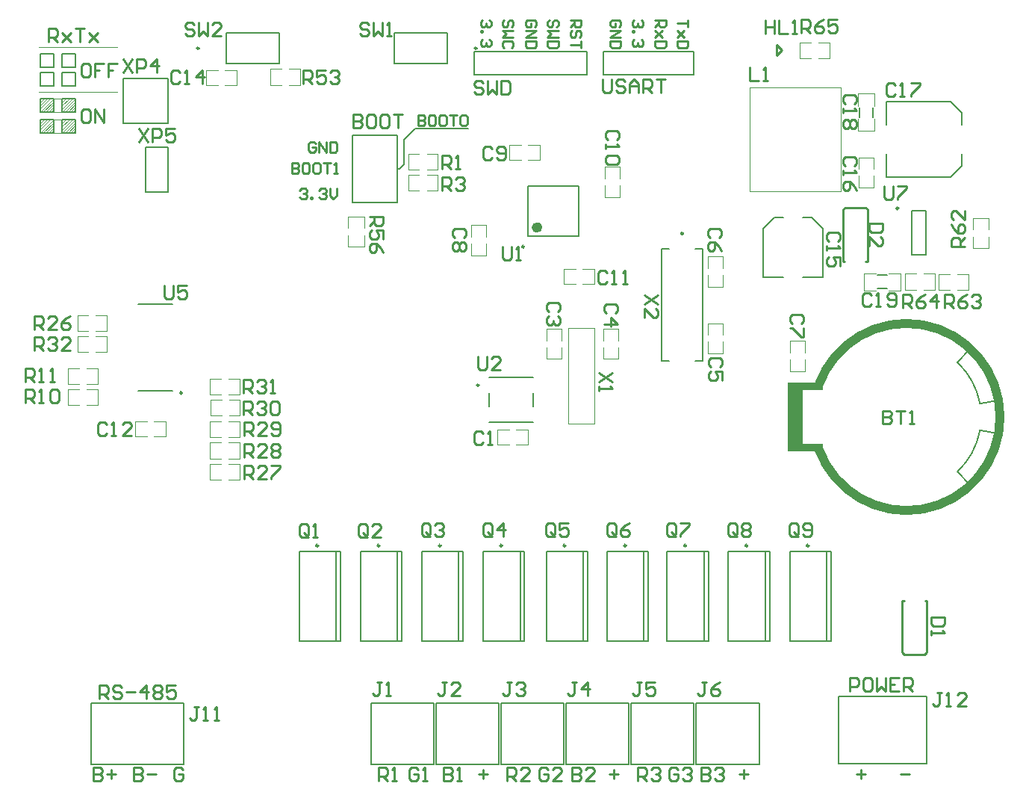
<source format=gto>
G04*
G04 #@! TF.GenerationSoftware,Altium Limited,Altium Designer,19.0.9 (268)*
G04*
G04 Layer_Color=65535*
%FSLAX25Y25*%
%MOIN*%
G70*
G01*
G75*
%ADD10C,0.00984*%
%ADD11C,0.03937*%
%ADD12C,0.00787*%
%ADD13C,0.02362*%
%ADD14C,0.00394*%
%ADD15C,0.00866*%
%ADD16C,0.00197*%
%ADD17C,0.00591*%
%ADD18C,0.01000*%
%ADD19R,0.12303X0.03445*%
%ADD20R,0.06890X0.30610*%
D10*
X94291Y175295D02*
G03*
X94291Y175295I-492J0D01*
G01*
X226870Y178740D02*
G03*
X226870Y178740I-492J0D01*
G01*
X247047Y240551D02*
G03*
X247047Y240551I-492J0D01*
G01*
X414075Y257697D02*
G03*
X414075Y257697I-492J0D01*
G01*
X225866Y329035D02*
G03*
X225866Y329035I-492J0D01*
G01*
X209842Y107181D02*
G03*
X209842Y107181I-492J0D01*
G01*
X182467D02*
G03*
X182467Y107181I-492J0D01*
G01*
X155092D02*
G03*
X155092Y107181I-492J0D01*
G01*
X318012Y246457D02*
G03*
X318012Y246457I-492J0D01*
G01*
X292520Y107181D02*
G03*
X292520Y107181I-492J0D01*
G01*
X265453D02*
G03*
X265453Y107181I-492J0D01*
G01*
X237217D02*
G03*
X237217Y107181I-492J0D01*
G01*
X374092D02*
G03*
X374092Y107181I-492J0D01*
G01*
X346717D02*
G03*
X346717Y107181I-492J0D01*
G01*
X319342D02*
G03*
X319342Y107181I-492J0D01*
G01*
X101890Y329035D02*
G03*
X101890Y329035I-492J0D01*
G01*
D11*
X378553Y150153D02*
G03*
X378508Y178859I39164J14414D01*
G01*
D12*
X450493Y170455D02*
G03*
X440392Y188955I-32776J-5888D01*
G01*
Y140179D02*
G03*
X450493Y158679I-22675J24388D01*
G01*
X198228Y293307D02*
X222047D01*
X193307Y288386D02*
X198228Y293307D01*
X193307Y277165D02*
Y288386D01*
X191299Y275157D02*
X193307Y277165D01*
X190236Y275157D02*
X191299D01*
X30906Y297342D02*
X37008D01*
X30906Y291240D02*
Y297342D01*
Y291240D02*
X37008D01*
Y297342D01*
X46850Y291240D02*
Y297342D01*
X40748Y291240D02*
X46850D01*
X40748D02*
Y297342D01*
X46850D01*
X37008Y312205D02*
Y318307D01*
X30906Y312205D02*
X37008D01*
X30906D02*
Y318307D01*
X37008D01*
X40748D02*
X46850D01*
X40748Y312205D02*
Y318307D01*
Y312205D02*
X46850D01*
Y318307D01*
X40748Y306693D02*
X46850D01*
X40748Y300591D02*
Y306693D01*
Y300591D02*
X46850D01*
Y306693D01*
X37008Y300591D02*
Y306693D01*
X30906Y300591D02*
X37008D01*
X30906D02*
Y306693D01*
X37008D01*
X46850Y320472D02*
Y326575D01*
X40748Y320472D02*
X46850D01*
X40748D02*
Y326575D01*
X46850D01*
X30906D02*
X37008D01*
X30906Y320472D02*
Y326575D01*
Y320472D02*
X37008D01*
Y326575D01*
X74569Y214961D02*
X89998D01*
X74569Y176378D02*
X89998D01*
X231299Y182087D02*
X250984D01*
Y169095D02*
Y175394D01*
X231299Y162402D02*
X250984D01*
X231299Y169095D02*
Y175394D01*
X368504Y149606D02*
X376673D01*
X368504Y179528D02*
X376772D01*
X450591Y170472D02*
X458366Y171850D01*
X440392Y188955D02*
X445669Y194587D01*
X440392Y140179D02*
X445669Y134547D01*
X450591Y158661D02*
X458366Y157283D01*
X248819Y245177D02*
X271260D01*
X248819Y267618D02*
X271260D01*
X248819Y245177D02*
Y267618D01*
X271260Y245177D02*
Y267618D01*
X420079Y236811D02*
X426378D01*
X420079Y256496D02*
X426378D01*
Y236811D02*
Y256496D01*
X420079Y236811D02*
Y256496D01*
X53587Y9428D02*
Y31539D01*
Y36828D01*
X95177D01*
Y9428D02*
Y36828D01*
X53587Y9428D02*
X95177D01*
X387402Y10039D02*
Y32480D01*
Y32087D02*
Y39961D01*
X426772D01*
Y10039D02*
Y39961D01*
X387402Y10039D02*
X426772D01*
X371457Y253543D02*
X375394D01*
X380512Y248425D01*
X353740D02*
X358858Y253543D01*
X362795D01*
X380512Y226772D02*
Y248425D01*
X371457Y226772D02*
X380512D01*
X353740D02*
X362795D01*
X353740D02*
Y248425D01*
X408858Y294882D02*
Y305118D01*
X408858Y271654D02*
Y281890D01*
X408858Y305118D02*
X437402D01*
X442323Y294882D02*
Y300197D01*
X408858Y271654D02*
X437402D01*
X442323Y276575D02*
Y281890D01*
X437402Y305118D02*
X442323Y300197D01*
X437402Y271654D02*
X442323Y276575D01*
X396752Y298327D02*
Y302658D01*
X402658Y298327D02*
Y302658D01*
X404724Y221850D02*
X409055D01*
X404724Y227756D02*
X409055D01*
X188976Y322146D02*
X212598D01*
Y335925D01*
X188976Y322146D02*
Y335925D01*
X212598D01*
X170276Y260157D02*
X190236D01*
Y290158D01*
X170276D02*
X190236D01*
X170276Y260157D02*
Y290158D01*
X217854Y64465D02*
Y104622D01*
X219822Y64465D02*
Y104622D01*
X201319Y64465D02*
Y104622D01*
Y64465D02*
X219822D01*
X201319Y104622D02*
X219822D01*
X190479Y64465D02*
Y104622D01*
X192447Y64465D02*
Y104622D01*
X173943Y64465D02*
Y104622D01*
Y64465D02*
X192447D01*
X173943Y104622D02*
X192447D01*
X163104Y64465D02*
Y104622D01*
X165072Y64465D02*
Y104622D01*
X146569Y64465D02*
Y104622D01*
Y64465D02*
X165072D01*
X146569Y104622D02*
X165072D01*
X178661Y9540D02*
X206703D01*
Y36940D01*
X178661D02*
X206703D01*
X178661Y31651D02*
Y36940D01*
Y9540D02*
Y31651D01*
X323228Y239567D02*
X326772D01*
X308268D02*
X311811D01*
X308268Y189567D02*
X311811D01*
X323228D02*
X326772D01*
X308268D02*
Y239567D01*
X326772Y189567D02*
Y239567D01*
X207701Y9540D02*
X235743D01*
Y36940D01*
X207701D02*
X235743D01*
X207701Y31651D02*
Y36940D01*
Y9540D02*
Y31651D01*
X236741Y9540D02*
X264783D01*
Y36940D01*
X236741D02*
X264783D01*
X236741Y31651D02*
Y36940D01*
Y9540D02*
Y31651D01*
X300532Y64465D02*
Y104622D01*
X302500Y64465D02*
Y104622D01*
X283996Y64465D02*
Y104622D01*
Y64465D02*
X302500D01*
X283996Y104622D02*
X302500D01*
X273465Y64465D02*
Y104622D01*
X275433Y64465D02*
Y104622D01*
X256929Y64465D02*
Y104622D01*
Y64465D02*
X275433D01*
X256929Y104622D02*
X275433D01*
X245229Y64465D02*
Y104622D01*
X247197Y64465D02*
Y104622D01*
X228694Y64465D02*
Y104622D01*
Y64465D02*
X247197D01*
X228694Y104622D02*
X247197D01*
X265781Y9540D02*
X293823D01*
Y36940D01*
X265781D02*
X293823D01*
X265781Y31651D02*
Y36940D01*
Y9540D02*
Y31651D01*
X294821Y9540D02*
X322863D01*
Y36940D01*
X294821D02*
X322863D01*
X294821Y31651D02*
Y36940D01*
Y9540D02*
Y31651D01*
X323861Y9540D02*
X351903D01*
Y36940D01*
X323861D02*
X351903D01*
X323861Y31651D02*
Y36940D01*
Y9540D02*
Y31651D01*
X382104Y64465D02*
Y104622D01*
X384072Y64465D02*
Y104622D01*
X365568Y64465D02*
Y104622D01*
Y64465D02*
X384072D01*
X365568Y104622D02*
X384072D01*
X354729Y64465D02*
Y104622D01*
X356697Y64465D02*
Y104622D01*
X338193Y64465D02*
Y104622D01*
Y64465D02*
X356697D01*
X338193Y104622D02*
X356697D01*
X327354Y64465D02*
Y104622D01*
X329322Y64465D02*
Y104622D01*
X310819Y64465D02*
Y104622D01*
Y64465D02*
X329322D01*
X310819Y104622D02*
X329322D01*
X114173Y335925D02*
X137795D01*
X114173Y322146D02*
Y335925D01*
X137795Y322146D02*
Y335925D01*
X114173Y322146D02*
X137795D01*
X67913Y295689D02*
Y315748D01*
X87874D01*
Y295689D02*
Y315748D01*
X67913Y295689D02*
X87874D01*
X77874Y264981D02*
Y284981D01*
X87874D01*
Y264981D02*
Y284981D01*
X77874Y264981D02*
X87874D01*
D13*
X253937Y249114D02*
G03*
X253937Y249114I-1181J0D01*
G01*
D14*
X30315Y309449D02*
X65354D01*
X30906Y291240D02*
X37008Y297342D01*
X31890Y291240D02*
X32185D01*
X30906Y292913D02*
X31102D01*
X35433Y297244D01*
Y297342D01*
X37008Y296063D02*
X37008D01*
X30906Y294094D02*
X31004D01*
X34154Y297342D02*
X34252D01*
X30906Y294094D02*
X34154Y297342D01*
X30906Y295669D02*
X31004D01*
X32677Y297342D01*
X32185Y291240D02*
X32185D01*
X37008Y296063D01*
X33465Y291240D02*
Y291339D01*
X37008Y294882D01*
X34646Y291240D02*
Y291339D01*
X37008Y293701D01*
X35827Y291240D02*
Y291339D01*
X37008Y292520D01*
X45669Y291339D02*
X46850Y292520D01*
X45669Y291240D02*
Y291339D01*
X44488D02*
X46850Y293701D01*
X44488Y291240D02*
Y291339D01*
X43307D02*
X46850Y294882D01*
X43307Y291240D02*
Y291339D01*
X42028Y291240D02*
X46850Y296063D01*
X42028Y291240D02*
X42028D01*
X40846Y295669D02*
X42520Y297342D01*
X40748Y295669D02*
X40846D01*
X40748Y294094D02*
X43996Y297342D01*
X44094D01*
X40748Y294094D02*
X40846D01*
X46850Y296063D02*
X46850D01*
X45276Y297244D02*
Y297342D01*
X40945Y292913D02*
X45276Y297244D01*
X40748Y292913D02*
X40945D01*
X41732Y291240D02*
X42028D01*
X40748D02*
X46850Y297342D01*
X37008D02*
X40748D01*
X37008Y291240D02*
X40748D01*
X37008Y300591D02*
X40748D01*
X37008Y306693D02*
X40748D01*
Y300591D02*
X46850Y306693D01*
X41732Y300591D02*
X42028D01*
X40748Y302264D02*
X40945D01*
X45276Y306594D01*
Y306693D01*
X46850Y305413D02*
X46850D01*
X40748Y303445D02*
X40846D01*
X43996Y306693D02*
X44094D01*
X40748Y303445D02*
X43996Y306693D01*
X40748Y305020D02*
X40846D01*
X42520Y306693D01*
X42028Y300591D02*
X42028D01*
X46850Y305413D01*
X43307Y300591D02*
Y300689D01*
X46850Y304232D01*
X44488Y300591D02*
Y300689D01*
X46850Y303051D01*
X45669Y300591D02*
Y300689D01*
X46850Y301870D01*
X35827Y300689D02*
X37008Y301870D01*
X35827Y300591D02*
Y300689D01*
X34646D02*
X37008Y303051D01*
X34646Y300591D02*
Y300689D01*
X33465D02*
X37008Y304232D01*
X33465Y300591D02*
Y300689D01*
X32185Y300591D02*
X37008Y305413D01*
X32185Y300591D02*
X32185D01*
X31004Y305020D02*
X32677Y306693D01*
X30906Y305020D02*
X31004D01*
X30906Y303445D02*
X34154Y306693D01*
X34252D01*
X30906Y303445D02*
X31004D01*
X37008Y305413D02*
X37008D01*
X35433Y306594D02*
Y306693D01*
X31102Y302264D02*
X35433Y306594D01*
X30906Y302264D02*
X31102D01*
X31890Y300591D02*
X32185D01*
X30906D02*
X37008Y306693D01*
X30315Y329528D02*
X65354Y329730D01*
X447342Y253150D02*
X454429D01*
X447342Y239961D02*
X454429D01*
Y239961D02*
Y244882D01*
Y248228D02*
Y253150D01*
X447342Y248228D02*
Y253150D01*
X447342Y239961D02*
Y244882D01*
X396358Y280413D02*
X403051D01*
X396358Y275148D02*
Y280413D01*
X403051Y275148D02*
Y280413D01*
X396358Y266831D02*
Y272146D01*
X396358Y266831D02*
X403051D01*
X403051D02*
Y272146D01*
X432087Y221260D02*
Y228346D01*
X445276Y221260D02*
Y228346D01*
X440354D02*
X445276D01*
X432087D02*
X437008D01*
X432087Y221260D02*
X437008D01*
X440354Y221260D02*
X445276D01*
X430217Y221358D02*
Y228445D01*
X417028Y221358D02*
Y228445D01*
X417028Y221358D02*
X421949D01*
X425295D02*
X430217D01*
X425295Y228445D02*
X430217D01*
X417028Y228445D02*
X421949D01*
X388484Y265354D02*
Y311516D01*
X347736D02*
X388484D01*
X347736Y265354D02*
Y311516D01*
X347736Y265354D02*
X388484D01*
X370079Y324606D02*
Y331693D01*
X383268Y324606D02*
Y331693D01*
X378346D02*
X383268D01*
X370079D02*
X375000D01*
X370079Y324606D02*
X375000D01*
X378346Y324606D02*
X383268D01*
X195276Y274803D02*
Y281890D01*
X208465Y274803D02*
Y281890D01*
X203543D02*
X208465D01*
X195276D02*
X200197D01*
X195276Y274803D02*
X200197D01*
X203543Y274803D02*
X208465D01*
X195275Y265453D02*
Y272539D01*
X208465Y265453D02*
Y272539D01*
X203543D02*
X208465D01*
X195275D02*
X200197D01*
X195275Y265453D02*
X200197D01*
X203543Y265453D02*
X208465D01*
X248656Y152165D02*
Y158858D01*
X243390D02*
X248656D01*
X243390Y152165D02*
X248656D01*
X235073Y158858D02*
X240388D01*
X235073Y152165D02*
Y158858D01*
Y152165D02*
X240388D01*
X43504Y179298D02*
Y186384D01*
X56693Y179298D02*
Y186384D01*
X51772D02*
X56693D01*
X43504D02*
X48425D01*
X43504Y179298D02*
X48425D01*
X51772Y179298D02*
X56693D01*
X43504Y169980D02*
Y177067D01*
X56693Y169980D02*
Y177067D01*
X51772D02*
X56693D01*
X43504D02*
X48425D01*
X43504Y169980D02*
X48425D01*
X51772Y169980D02*
X56693D01*
X266559Y161614D02*
Y204232D01*
Y161614D02*
X278346D01*
X278323Y161637D02*
X278346Y161614D01*
X278323Y161637D02*
Y204232D01*
X266559D02*
X278323D01*
X328935Y222736D02*
X335628D01*
Y228002D01*
X328935Y222736D02*
Y228002D01*
X335628Y231004D02*
Y236319D01*
X328935D02*
X335628D01*
X328935Y231004D02*
Y236319D01*
X328935Y206398D02*
X335628D01*
X328935Y201132D02*
Y206398D01*
X335628Y201132D02*
Y206398D01*
X328935Y192815D02*
Y198130D01*
X328935Y192815D02*
X335628D01*
X335628D02*
Y198130D01*
X282382Y190453D02*
X289075D01*
Y195719D01*
X282382Y190453D02*
Y195719D01*
X289075Y198721D02*
Y204035D01*
X282382D02*
X289075D01*
X282382Y198721D02*
Y204035D01*
X256890Y190453D02*
X263583D01*
Y195719D01*
X256890Y190453D02*
Y195719D01*
X263583Y198721D02*
Y204035D01*
X256890D02*
X263583D01*
X256890Y198721D02*
Y204035D01*
X365551Y198524D02*
X372244D01*
X365551Y193258D02*
Y198524D01*
X372244Y193258D02*
Y198524D01*
X365551Y184941D02*
Y190256D01*
X365551Y184941D02*
X372244D01*
X372244D02*
Y190256D01*
X278445Y223917D02*
Y230610D01*
X273179D02*
X278445D01*
X273179Y223917D02*
X278445D01*
X264862Y230610D02*
X270177D01*
X264862Y223917D02*
Y230610D01*
Y223917D02*
X270177D01*
X282972Y262500D02*
X289665D01*
Y267766D01*
X282972Y262500D02*
Y267766D01*
X289665Y270768D02*
Y276083D01*
X282972D02*
X289665D01*
X282972Y270768D02*
Y276083D01*
X254035Y279134D02*
Y285827D01*
X248770D02*
X254035D01*
X248770Y279134D02*
X254035D01*
X240453Y285827D02*
X245768D01*
X240453Y279134D02*
Y285827D01*
Y279134D02*
X245768D01*
X223327Y250197D02*
X230020D01*
X223327Y244931D02*
Y250197D01*
X230020Y244931D02*
Y250197D01*
X223327Y236614D02*
Y241929D01*
X223327Y236614D02*
X230020D01*
X230020D02*
Y241929D01*
X60728Y193537D02*
Y200623D01*
X47539Y193537D02*
Y200623D01*
X47539Y193537D02*
X52461D01*
X55807D02*
X60728D01*
X55807Y200623D02*
X60728D01*
X47539Y200623D02*
X52461D01*
X106831Y174606D02*
Y181693D01*
X120020Y174606D02*
Y181693D01*
X115098D02*
X120020D01*
X106831D02*
X111752D01*
X106831Y174606D02*
X111752D01*
X115098Y174606D02*
X120020D01*
X106988Y165256D02*
Y172343D01*
X120177Y165256D02*
Y172343D01*
X115256D02*
X120177D01*
X106988D02*
X111909D01*
X106988Y165256D02*
X111909D01*
X115256Y165256D02*
X120177D01*
X106831Y155610D02*
Y162697D01*
X120020Y155610D02*
Y162697D01*
X115098D02*
X120020D01*
X106831D02*
X111752D01*
X106831Y155610D02*
X111752D01*
X115098Y155610D02*
X120020D01*
X106831Y146063D02*
Y153150D01*
X120020Y146063D02*
Y153150D01*
X115098D02*
X120020D01*
X106831D02*
X111752D01*
X106831Y146063D02*
X111752D01*
X115098Y146063D02*
X120020D01*
X106831Y136417D02*
Y143504D01*
X120020Y136417D02*
Y143504D01*
X115098D02*
X120020D01*
X106831D02*
X111752D01*
X106831Y136417D02*
X111752D01*
X115098Y136417D02*
X120020D01*
X60728Y202854D02*
Y209941D01*
X47539Y202854D02*
Y209941D01*
X47539Y202854D02*
X52461D01*
X55807D02*
X60728D01*
X55807Y209941D02*
X60728D01*
X47539Y209941D02*
X52461D01*
X87106Y155965D02*
Y162657D01*
X81840D02*
X87106D01*
X81840Y155965D02*
X87106D01*
X73524Y162657D02*
X78839D01*
X73524Y155965D02*
Y162657D01*
Y155965D02*
X78839D01*
X133760Y312697D02*
Y319783D01*
X146949Y312697D02*
Y319783D01*
X142028D02*
X146949D01*
X133760D02*
X138681D01*
X133760Y312697D02*
X138681D01*
X142028Y312697D02*
X146949D01*
X105020Y312697D02*
Y319390D01*
Y312697D02*
X110285D01*
X105020Y319390D02*
X110285D01*
X113287Y312697D02*
X118602D01*
Y312697D02*
Y319390D01*
X113287Y319390D02*
X118602D01*
X168504Y240748D02*
X175591D01*
X168504Y253937D02*
X175591D01*
X168504Y249016D02*
Y253937D01*
Y240748D02*
Y245669D01*
X175591Y240748D02*
Y245669D01*
X175591Y249016D02*
Y253937D01*
D15*
X416634Y58465D02*
X425787D01*
X415650Y59449D02*
X416634Y58465D01*
X425787D02*
X426772Y59449D01*
X425925Y82480D02*
X426772D01*
X415748D02*
X416595D01*
X415650Y59449D02*
X415650D01*
X426772D02*
Y82480D01*
X415650Y59449D02*
Y82480D01*
X359646Y325787D02*
Y330512D01*
X362008Y328150D01*
X359646Y325787D02*
X362008Y328150D01*
X390256Y258071D02*
X399409D01*
X400394Y257087D01*
X389272D02*
X390256Y258071D01*
X389272Y234055D02*
X390118D01*
X399449D02*
X400295D01*
X400394Y257087D02*
X400394D01*
X389272Y234055D02*
Y257087D01*
X400394Y234055D02*
Y257087D01*
D16*
X395965Y303346D02*
Y308760D01*
X403445D01*
Y303346D02*
Y308760D01*
X395965Y292224D02*
Y297539D01*
Y292224D02*
X403445D01*
Y297539D01*
X398622Y221063D02*
X404035D01*
X398622D02*
Y228543D01*
X404035D01*
X409842Y221063D02*
X415158D01*
Y228543D01*
X409842D02*
X415158D01*
D17*
X282382Y317126D02*
Y327638D01*
X322854D01*
Y317126D02*
Y327638D01*
X282382Y317126D02*
X322854D01*
X224606D02*
X275079D01*
Y327638D01*
X224606D02*
X275079D01*
X224606Y317126D02*
Y327638D01*
D18*
X57480Y38976D02*
Y44974D01*
X60479D01*
X61479Y43975D01*
Y41975D01*
X60479Y40976D01*
X57480D01*
X59480D02*
X61479Y38976D01*
X67477Y43975D02*
X66477Y44974D01*
X64478D01*
X63478Y43975D01*
Y42975D01*
X64478Y41975D01*
X66477D01*
X67477Y40976D01*
Y39976D01*
X66477Y38976D01*
X64478D01*
X63478Y39976D01*
X69476Y41975D02*
X73475D01*
X78474Y38976D02*
Y44974D01*
X75475Y41975D01*
X79473D01*
X81473Y43975D02*
X82472Y44974D01*
X84472D01*
X85471Y43975D01*
Y42975D01*
X84472Y41975D01*
X85471Y40976D01*
Y39976D01*
X84472Y38976D01*
X82472D01*
X81473Y39976D01*
Y40976D01*
X82472Y41975D01*
X81473Y42975D01*
Y43975D01*
X82472Y41975D02*
X84472D01*
X91469Y44974D02*
X87471D01*
Y41975D01*
X89470Y42975D01*
X90470D01*
X91469Y41975D01*
Y39976D01*
X90470Y38976D01*
X88470D01*
X87471Y39976D01*
X392520Y42126D02*
Y48124D01*
X395519D01*
X396518Y47124D01*
Y45125D01*
X395519Y44125D01*
X392520D01*
X401517Y48124D02*
X399517D01*
X398518Y47124D01*
Y43126D01*
X399517Y42126D01*
X401517D01*
X402517Y43126D01*
Y47124D01*
X401517Y48124D01*
X404516D02*
Y42126D01*
X406515Y44125D01*
X408514Y42126D01*
Y48124D01*
X414513D02*
X410514D01*
Y42126D01*
X414513D01*
X410514Y45125D02*
X412513D01*
X416512Y42126D02*
Y48124D01*
X419511D01*
X420511Y47124D01*
Y45125D01*
X419511Y44125D01*
X416512D01*
X418511D02*
X420511Y42126D01*
X414961Y5361D02*
X418959D01*
X395276D02*
X399274D01*
X397275Y7361D02*
Y3362D01*
X342913Y5361D02*
X346912D01*
X344913Y7361D02*
Y3362D01*
X285039Y5361D02*
X289038D01*
X287039Y7361D02*
Y3362D01*
X226772Y5361D02*
X230770D01*
X228771Y7361D02*
Y3362D01*
X326069Y8360D02*
Y2362D01*
X329068D01*
X330068Y3362D01*
Y4361D01*
X329068Y5361D01*
X326069D01*
X329068D01*
X330068Y6361D01*
Y7361D01*
X329068Y8360D01*
X326069D01*
X332067Y7361D02*
X333067Y8360D01*
X335067D01*
X336066Y7361D01*
Y6361D01*
X335067Y5361D01*
X334067D01*
X335067D01*
X336066Y4361D01*
Y3362D01*
X335067Y2362D01*
X333067D01*
X332067Y3362D01*
X268504Y8360D02*
Y2362D01*
X271503D01*
X272503Y3362D01*
Y4361D01*
X271503Y5361D01*
X268504D01*
X271503D01*
X272503Y6361D01*
Y7361D01*
X271503Y8360D01*
X268504D01*
X278501Y2362D02*
X274502D01*
X278501Y6361D01*
Y7361D01*
X277501Y8360D01*
X275502D01*
X274502Y7361D01*
X211109Y8360D02*
Y2362D01*
X214108D01*
X215108Y3362D01*
Y4361D01*
X214108Y5361D01*
X211109D01*
X214108D01*
X215108Y6361D01*
Y7361D01*
X214108Y8360D01*
X211109D01*
X217107Y2362D02*
X219106D01*
X218107D01*
Y8360D01*
X217107Y7361D01*
X315810D02*
X314810Y8360D01*
X312811D01*
X311811Y7361D01*
Y3362D01*
X312811Y2362D01*
X314810D01*
X315810Y3362D01*
Y5361D01*
X313810D01*
X317809Y7361D02*
X318809Y8360D01*
X320808D01*
X321808Y7361D01*
Y6361D01*
X320808Y5361D01*
X319808D01*
X320808D01*
X321808Y4361D01*
Y3362D01*
X320808Y2362D01*
X318809D01*
X317809Y3362D01*
X257542Y7361D02*
X256542Y8360D01*
X254543D01*
X253543Y7361D01*
Y3362D01*
X254543Y2362D01*
X256542D01*
X257542Y3362D01*
Y5361D01*
X255543D01*
X263540Y2362D02*
X259541D01*
X263540Y6361D01*
Y7361D01*
X262540Y8360D01*
X260541D01*
X259541Y7361D01*
X199753D02*
X198754Y8360D01*
X196754D01*
X195755Y7361D01*
Y3362D01*
X196754Y2362D01*
X198754D01*
X199753Y3362D01*
Y5361D01*
X197754D01*
X201753Y2362D02*
X203752D01*
X202752D01*
Y8360D01*
X201753Y7361D01*
X297696Y2362D02*
Y8360D01*
X300696D01*
X301695Y7361D01*
Y5361D01*
X300696Y4361D01*
X297696D01*
X299696D02*
X301695Y2362D01*
X303695Y7361D02*
X304694Y8360D01*
X306694D01*
X307693Y7361D01*
Y6361D01*
X306694Y5361D01*
X305694D01*
X306694D01*
X307693Y4361D01*
Y3362D01*
X306694Y2362D01*
X304694D01*
X303695Y3362D01*
X239370Y2362D02*
Y8360D01*
X242369D01*
X243369Y7361D01*
Y5361D01*
X242369Y4361D01*
X239370D01*
X241369D02*
X243369Y2362D01*
X249367D02*
X245368D01*
X249367Y6361D01*
Y7361D01*
X248367Y8360D01*
X246368D01*
X245368Y7361D01*
X181975Y2362D02*
Y8360D01*
X184974D01*
X185974Y7361D01*
Y5361D01*
X184974Y4361D01*
X181975D01*
X183974D02*
X185974Y2362D01*
X187973D02*
X189972D01*
X188973D01*
Y8360D01*
X187973Y7361D01*
X199606Y299211D02*
Y294488D01*
X201968D01*
X202755Y295275D01*
Y296062D01*
X201968Y296850D01*
X199606D01*
X201968D01*
X202755Y297637D01*
Y298424D01*
X201968Y299211D01*
X199606D01*
X206691D02*
X205116D01*
X204329Y298424D01*
Y295275D01*
X205116Y294488D01*
X206691D01*
X207478Y295275D01*
Y298424D01*
X206691Y299211D01*
X211414D02*
X209839D01*
X209052Y298424D01*
Y295275D01*
X209839Y294488D01*
X211414D01*
X212201Y295275D01*
Y298424D01*
X211414Y299211D01*
X213775D02*
X216923D01*
X215349D01*
Y294488D01*
X218498Y298424D02*
X219285Y299211D01*
X220859D01*
X221646Y298424D01*
Y295275D01*
X220859Y294488D01*
X219285D01*
X218498Y295275D01*
Y298424D01*
X143307Y277951D02*
Y273228D01*
X145668D01*
X146456Y274015D01*
Y274803D01*
X145668Y275590D01*
X143307D01*
X145668D01*
X146456Y276377D01*
Y277164D01*
X145668Y277951D01*
X143307D01*
X150391D02*
X148817D01*
X148030Y277164D01*
Y274015D01*
X148817Y273228D01*
X150391D01*
X151179Y274015D01*
Y277164D01*
X150391Y277951D01*
X155114D02*
X153540D01*
X152753Y277164D01*
Y274015D01*
X153540Y273228D01*
X155114D01*
X155901Y274015D01*
Y277164D01*
X155114Y277951D01*
X157476D02*
X160624D01*
X159050D01*
Y273228D01*
X162199D02*
X163773D01*
X162986D01*
Y277951D01*
X162199Y277164D01*
X153936Y286613D02*
X153149Y287400D01*
X151575D01*
X150787Y286613D01*
Y283464D01*
X151575Y282677D01*
X153149D01*
X153936Y283464D01*
Y285039D01*
X152362D01*
X155510Y282677D02*
Y287400D01*
X158659Y282677D01*
Y287400D01*
X160233D02*
Y282677D01*
X162595D01*
X163382Y283464D01*
Y286613D01*
X162595Y287400D01*
X160233D01*
X146850Y265747D02*
X147637Y266534D01*
X149212D01*
X149999Y265747D01*
Y264960D01*
X149212Y264173D01*
X148425D01*
X149212D01*
X149999Y263385D01*
Y262598D01*
X149212Y261811D01*
X147637D01*
X146850Y262598D01*
X151573Y261811D02*
Y262598D01*
X152360D01*
Y261811D01*
X151573D01*
X155509Y265747D02*
X156296Y266534D01*
X157870D01*
X158658Y265747D01*
Y264960D01*
X157870Y264173D01*
X157083D01*
X157870D01*
X158658Y263385D01*
Y262598D01*
X157870Y261811D01*
X156296D01*
X155509Y262598D01*
X160232Y266534D02*
Y263385D01*
X161806Y261811D01*
X163381Y263385D01*
Y266534D01*
X231495Y341732D02*
X232282Y340945D01*
Y339371D01*
X231495Y338584D01*
X230708D01*
X229921Y339371D01*
Y340158D01*
Y339371D01*
X229133Y338584D01*
X228346D01*
X227559Y339371D01*
Y340945D01*
X228346Y341732D01*
X227559Y337009D02*
X228346D01*
Y336222D01*
X227559D01*
Y337009D01*
X231495Y333074D02*
X232282Y332287D01*
Y330712D01*
X231495Y329925D01*
X230708D01*
X229921Y330712D01*
Y331499D01*
Y330712D01*
X229133Y329925D01*
X228346D01*
X227559Y330712D01*
Y332287D01*
X228346Y333074D01*
X241337Y338584D02*
X242124Y339371D01*
Y340945D01*
X241337Y341732D01*
X240550D01*
X239763Y340945D01*
Y339371D01*
X238976Y338584D01*
X238189D01*
X237402Y339371D01*
Y340945D01*
X238189Y341732D01*
X242124Y337009D02*
X237402D01*
X238976Y335435D01*
X237402Y333861D01*
X242124D01*
X241337Y329138D02*
X242124Y329925D01*
Y331499D01*
X241337Y332287D01*
X238189D01*
X237402Y331499D01*
Y329925D01*
X238189Y329138D01*
X267717Y341732D02*
X272439D01*
Y339371D01*
X271652Y338584D01*
X270078D01*
X269291Y339371D01*
Y341732D01*
Y340158D02*
X267717Y338584D01*
X271652Y333861D02*
X272439Y334648D01*
Y336222D01*
X271652Y337009D01*
X270865D01*
X270078Y336222D01*
Y334648D01*
X269291Y333861D01*
X268504D01*
X267717Y334648D01*
Y336222D01*
X268504Y337009D01*
X272439Y332287D02*
Y329138D01*
Y330712D01*
X267717D01*
X261416Y338584D02*
X262203Y339371D01*
Y340945D01*
X261416Y341732D01*
X260629D01*
X259842Y340945D01*
Y339371D01*
X259055Y338584D01*
X258267D01*
X257480Y339371D01*
Y340945D01*
X258267Y341732D01*
X262203Y337009D02*
X257480D01*
X259055Y335435D01*
X257480Y333861D01*
X262203D01*
Y332287D02*
X257480D01*
Y329925D01*
X258267Y329138D01*
X261416D01*
X262203Y329925D01*
Y332287D01*
X251573Y338584D02*
X252361Y339371D01*
Y340945D01*
X251573Y341732D01*
X248425D01*
X247638Y340945D01*
Y339371D01*
X248425Y338584D01*
X249999D01*
Y340158D01*
X247638Y337009D02*
X252361D01*
X247638Y333861D01*
X252361D01*
Y332287D02*
X247638D01*
Y329925D01*
X248425Y329138D01*
X251573D01*
X252361Y329925D01*
Y332287D01*
X320077Y341732D02*
Y338584D01*
Y340158D01*
X315354D01*
X318503Y337009D02*
X315354Y333861D01*
X316929Y335435D01*
X318503Y333861D01*
X315354Y337009D01*
X320077Y332287D02*
X315354D01*
Y329925D01*
X316142Y329138D01*
X319290D01*
X320077Y329925D01*
Y332287D01*
X305512Y341732D02*
X310235D01*
Y339371D01*
X309448Y338584D01*
X307873D01*
X307086Y339371D01*
Y341732D01*
Y340158D02*
X305512Y338584D01*
X308660Y337009D02*
X305512Y333861D01*
X307086Y335435D01*
X308660Y333861D01*
X305512Y337009D01*
X310235Y332287D02*
X305512D01*
Y329925D01*
X306299Y329138D01*
X309448D01*
X310235Y329925D01*
Y332287D01*
X299211Y341732D02*
X299998Y340945D01*
Y339371D01*
X299211Y338584D01*
X298424D01*
X297637Y339371D01*
Y340158D01*
Y339371D01*
X296850Y338584D01*
X296063D01*
X295276Y339371D01*
Y340945D01*
X296063Y341732D01*
X295276Y337009D02*
X296063D01*
Y336222D01*
X295276D01*
Y337009D01*
X299211Y333074D02*
X299998Y332287D01*
Y330712D01*
X299211Y329925D01*
X298424D01*
X297637Y330712D01*
Y331499D01*
Y330712D01*
X296850Y329925D01*
X296063D01*
X295276Y330712D01*
Y332287D01*
X296063Y333074D01*
X289369Y338584D02*
X290156Y339371D01*
Y340945D01*
X289369Y341732D01*
X286220D01*
X285433Y340945D01*
Y339371D01*
X286220Y338584D01*
X287794D01*
Y340158D01*
X285433Y337009D02*
X290156D01*
X285433Y333861D01*
X290156D01*
Y332287D02*
X285433D01*
Y329925D01*
X286220Y329138D01*
X289369D01*
X290156Y329925D01*
Y332287D01*
X52212Y322140D02*
X50212D01*
X49213Y321140D01*
Y317141D01*
X50212Y316142D01*
X52212D01*
X53211Y317141D01*
Y321140D01*
X52212Y322140D01*
X59209D02*
X55211D01*
Y319141D01*
X57210D01*
X55211D01*
Y316142D01*
X65207Y322140D02*
X61209D01*
Y319141D01*
X63208D01*
X61209D01*
Y316142D01*
X52212Y302061D02*
X50212D01*
X49213Y301061D01*
Y297063D01*
X50212Y296063D01*
X52212D01*
X53211Y297063D01*
Y301061D01*
X52212Y302061D01*
X55211Y296063D02*
Y302061D01*
X59209Y296063D01*
Y302061D01*
X34646Y331890D02*
Y337888D01*
X37645D01*
X38644Y336888D01*
Y334889D01*
X37645Y333889D01*
X34646D01*
X36645D02*
X38644Y331890D01*
X40644Y335889D02*
X44642Y331890D01*
X42643Y333889D01*
X44642Y335889D01*
X40644Y331890D01*
X46642Y337888D02*
X50640D01*
X48641D01*
Y331890D01*
X52640Y335889D02*
X56639Y331890D01*
X54639Y333889D01*
X56639Y335889D01*
X52640Y331890D01*
X54626Y8262D02*
Y2264D01*
X57625D01*
X58625Y3263D01*
Y4263D01*
X57625Y5263D01*
X54626D01*
X57625D01*
X58625Y6262D01*
Y7262D01*
X57625Y8262D01*
X54626D01*
X60624Y5263D02*
X64623D01*
X62623Y7262D02*
Y3263D01*
X72620Y8262D02*
Y2264D01*
X75619D01*
X76619Y3263D01*
Y4263D01*
X75619Y5263D01*
X72620D01*
X75619D01*
X76619Y6262D01*
Y7262D01*
X75619Y8262D01*
X72620D01*
X78618Y5263D02*
X82617D01*
X94613Y7262D02*
X93613Y8262D01*
X91614D01*
X90614Y7262D01*
Y3263D01*
X91614Y2264D01*
X93613D01*
X94613Y3263D01*
Y5263D01*
X92614D01*
X86516Y223222D02*
Y218224D01*
X87515Y217224D01*
X89515D01*
X90514Y218224D01*
Y223222D01*
X96513D02*
X92514D01*
Y220223D01*
X94513Y221223D01*
X95513D01*
X96513Y220223D01*
Y218224D01*
X95513Y217224D01*
X93514D01*
X92514Y218224D01*
X101637Y35132D02*
X99637D01*
X100637D01*
Y30134D01*
X99637Y29134D01*
X98637D01*
X97638Y30134D01*
X103636Y29134D02*
X105635D01*
X104636D01*
Y35132D01*
X103636Y34132D01*
X108634Y29134D02*
X110634D01*
X109634D01*
Y35132D01*
X108634Y34132D01*
X433526Y41431D02*
X431527D01*
X432527D01*
Y36433D01*
X431527Y35433D01*
X430527D01*
X429528Y36433D01*
X435526Y35433D02*
X437525D01*
X436525D01*
Y41431D01*
X435526Y40431D01*
X444523Y35433D02*
X440524D01*
X444523Y39432D01*
Y40431D01*
X443523Y41431D01*
X441524D01*
X440524Y40431D01*
X434738Y75197D02*
X428740D01*
Y72198D01*
X429740Y71198D01*
X433739D01*
X434738Y72198D01*
Y75197D01*
X428740Y69199D02*
Y67199D01*
Y68199D01*
X434738D01*
X433739Y69199D01*
X407578Y267702D02*
Y262703D01*
X408578Y261703D01*
X410577D01*
X411577Y262703D01*
Y267702D01*
X413576D02*
X417575D01*
Y266702D01*
X413576Y262703D01*
Y261703D01*
X386888Y242852D02*
X387888Y243851D01*
Y245851D01*
X386888Y246850D01*
X382889D01*
X381890Y245851D01*
Y243851D01*
X382889Y242852D01*
X381890Y240852D02*
Y238853D01*
Y239853D01*
X387888D01*
X386888Y240852D01*
X387888Y231855D02*
Y235854D01*
X384889D01*
X385889Y233855D01*
Y232855D01*
X384889Y231855D01*
X382889D01*
X381890Y232855D01*
Y234854D01*
X382889Y235854D01*
X443836Y240605D02*
X437838D01*
Y243604D01*
X438837Y244604D01*
X440837D01*
X441837Y243604D01*
Y240605D01*
Y242604D02*
X443836Y244604D01*
X437838Y250602D02*
X438837Y248603D01*
X440837Y246603D01*
X442836D01*
X443836Y247603D01*
Y249602D01*
X442836Y250602D01*
X441837D01*
X440837Y249602D01*
Y246603D01*
X443836Y256600D02*
Y252601D01*
X439837Y256600D01*
X438837D01*
X437838Y255600D01*
Y253601D01*
X438837Y252601D01*
X394369Y276710D02*
X395368Y277710D01*
Y279709D01*
X394369Y280709D01*
X390370D01*
X389370Y279709D01*
Y277710D01*
X390370Y276710D01*
X389370Y274711D02*
Y272711D01*
Y273711D01*
X395368D01*
X394369Y274711D01*
X395368Y265714D02*
X394369Y267713D01*
X392369Y269712D01*
X390370D01*
X389370Y268712D01*
Y266713D01*
X390370Y265714D01*
X391369D01*
X392369Y266713D01*
Y269712D01*
X434646Y213386D02*
Y219384D01*
X437645D01*
X438644Y218384D01*
Y216385D01*
X437645Y215385D01*
X434646D01*
X436645D02*
X438644Y213386D01*
X444642Y219384D02*
X442643Y218384D01*
X440644Y216385D01*
Y214386D01*
X441643Y213386D01*
X443643D01*
X444642Y214386D01*
Y215385D01*
X443643Y216385D01*
X440644D01*
X446642Y218384D02*
X447642Y219384D01*
X449641D01*
X450640Y218384D01*
Y217385D01*
X449641Y216385D01*
X448641D01*
X449641D01*
X450640Y215385D01*
Y214386D01*
X449641Y213386D01*
X447642D01*
X446642Y214386D01*
X354677Y341598D02*
Y335600D01*
Y338599D01*
X358676D01*
Y341598D01*
Y335600D01*
X360675Y341598D02*
Y335600D01*
X364673D01*
X366673D02*
X368672D01*
X367673D01*
Y341598D01*
X366673Y340598D01*
X416142Y213386D02*
Y219384D01*
X419141D01*
X420140Y218384D01*
Y216385D01*
X419141Y215385D01*
X416142D01*
X418141D02*
X420140Y213386D01*
X426138Y219384D02*
X424139Y218384D01*
X422140Y216385D01*
Y214386D01*
X423139Y213386D01*
X425139D01*
X426138Y214386D01*
Y215385D01*
X425139Y216385D01*
X422140D01*
X431137Y213386D02*
Y219384D01*
X428138Y216385D01*
X432137D01*
X347736Y320565D02*
Y314567D01*
X351735D01*
X353734D02*
X355734D01*
X354734D01*
Y320565D01*
X353734Y319565D01*
X412857Y312479D02*
X411857Y313478D01*
X409858D01*
X408858Y312479D01*
Y308480D01*
X409858Y307480D01*
X411857D01*
X412857Y308480D01*
X414856Y307480D02*
X416856D01*
X415856D01*
Y313478D01*
X414856Y312479D01*
X419855Y313478D02*
X423853D01*
Y312479D01*
X419855Y308480D01*
Y307480D01*
X370866Y335777D02*
Y341775D01*
X373865D01*
X374865Y340775D01*
Y338776D01*
X373865Y337776D01*
X370866D01*
X372866D02*
X374865Y335777D01*
X380863Y341775D02*
X378864Y340775D01*
X376864Y338776D01*
Y336777D01*
X377864Y335777D01*
X379863D01*
X380863Y336777D01*
Y337776D01*
X379863Y338776D01*
X376864D01*
X386861Y341775D02*
X382862D01*
Y338776D01*
X384862Y339776D01*
X385861D01*
X386861Y338776D01*
Y336777D01*
X385861Y335777D01*
X383862D01*
X382862Y336777D01*
X394270Y304269D02*
X395270Y305269D01*
Y307268D01*
X394270Y308268D01*
X390271D01*
X389272Y307268D01*
Y305269D01*
X390271Y304269D01*
X389272Y302270D02*
Y300270D01*
Y301270D01*
X395270D01*
X394270Y302270D01*
Y297271D02*
X395270Y296272D01*
Y294272D01*
X394270Y293273D01*
X393270D01*
X392271Y294272D01*
X391271Y293273D01*
X390271D01*
X389272Y294272D01*
Y296272D01*
X390271Y297271D01*
X391271D01*
X392271Y296272D01*
X393270Y297271D01*
X394270D01*
X392271Y296272D02*
Y294272D01*
X407179Y250886D02*
X401181D01*
Y247887D01*
X402181Y246887D01*
X406180D01*
X407179Y247887D01*
Y250886D01*
X401181Y240889D02*
Y244888D01*
X405180Y240889D01*
X406180D01*
X407179Y241889D01*
Y243888D01*
X406180Y244888D01*
X402030Y218778D02*
X401030Y219778D01*
X399031D01*
X398031Y218778D01*
Y214779D01*
X399031Y213779D01*
X401030D01*
X402030Y214779D01*
X404030Y213779D02*
X406029D01*
X405029D01*
Y219778D01*
X404030Y218778D01*
X409028Y214779D02*
X410028Y213779D01*
X412027D01*
X413027Y214779D01*
Y218778D01*
X412027Y219778D01*
X410028D01*
X409028Y218778D01*
Y217778D01*
X410028Y216779D01*
X413027D01*
X237402Y240644D02*
Y235645D01*
X238401Y234646D01*
X240401D01*
X241400Y235645D01*
Y240644D01*
X243400Y234646D02*
X245399D01*
X244399D01*
Y240644D01*
X243400Y239644D01*
X177719Y339447D02*
X176719Y340447D01*
X174720D01*
X173721Y339447D01*
Y338447D01*
X174720Y337448D01*
X176719D01*
X177719Y336448D01*
Y335449D01*
X176719Y334449D01*
X174720D01*
X173721Y335449D01*
X179718Y340447D02*
Y334449D01*
X181718Y336448D01*
X183717Y334449D01*
Y340447D01*
X185717Y334449D02*
X187716D01*
X186716D01*
Y340447D01*
X185717Y339447D01*
X226392Y191592D02*
Y186594D01*
X227391Y185594D01*
X229391D01*
X230390Y186594D01*
Y191592D01*
X236388Y185594D02*
X232390D01*
X236388Y189593D01*
Y190593D01*
X235389Y191592D01*
X233389D01*
X232390Y190593D01*
X210236Y275197D02*
Y281195D01*
X213235D01*
X214235Y280195D01*
Y278196D01*
X213235Y277196D01*
X210236D01*
X212236D02*
X214235Y275197D01*
X216234D02*
X218234D01*
X217234D01*
Y281195D01*
X216234Y280195D01*
X210236Y265748D02*
Y271746D01*
X213235D01*
X214235Y270746D01*
Y268747D01*
X213235Y267747D01*
X210236D01*
X212236D02*
X214235Y265748D01*
X216234Y270746D02*
X217234Y271746D01*
X219233D01*
X220233Y270746D01*
Y269747D01*
X219233Y268747D01*
X218234D01*
X219233D01*
X220233Y267747D01*
Y266748D01*
X219233Y265748D01*
X217234D01*
X216234Y266748D01*
X228639Y157361D02*
X227639Y158360D01*
X225640D01*
X224640Y157361D01*
Y153362D01*
X225640Y152362D01*
X227639D01*
X228639Y153362D01*
X230638Y152362D02*
X232637D01*
X231638D01*
Y158360D01*
X230638Y157361D01*
X282185Y315349D02*
Y310350D01*
X283185Y309350D01*
X285184D01*
X286184Y310350D01*
Y315349D01*
X292182Y314349D02*
X291182Y315349D01*
X289183D01*
X288183Y314349D01*
Y313349D01*
X289183Y312349D01*
X291182D01*
X292182Y311350D01*
Y310350D01*
X291182Y309350D01*
X289183D01*
X288183Y310350D01*
X294181Y309350D02*
Y313349D01*
X296181Y315349D01*
X298180Y313349D01*
Y309350D01*
Y312349D01*
X294181D01*
X300179Y309350D02*
Y315349D01*
X303178D01*
X304178Y314349D01*
Y312349D01*
X303178Y311350D01*
X300179D01*
X302179D02*
X304178Y309350D01*
X306177Y315349D02*
X310176D01*
X308177D01*
Y309350D01*
X228802Y313660D02*
X227802Y314660D01*
X225803D01*
X224803Y313660D01*
Y312660D01*
X225803Y311660D01*
X227802D01*
X228802Y310661D01*
Y309661D01*
X227802Y308661D01*
X225803D01*
X224803Y309661D01*
X230801Y314660D02*
Y308661D01*
X232801Y310661D01*
X234800Y308661D01*
Y314660D01*
X236799D02*
Y308661D01*
X239798D01*
X240798Y309661D01*
Y313660D01*
X239798Y314660D01*
X236799D01*
X170686Y299706D02*
Y293707D01*
X173685D01*
X174685Y294707D01*
Y295707D01*
X173685Y296707D01*
X170686D01*
X173685D01*
X174685Y297706D01*
Y298706D01*
X173685Y299706D01*
X170686D01*
X179683D02*
X177684D01*
X176684Y298706D01*
Y294707D01*
X177684Y293707D01*
X179683D01*
X180683Y294707D01*
Y298706D01*
X179683Y299706D01*
X185681D02*
X183682D01*
X182682Y298706D01*
Y294707D01*
X183682Y293707D01*
X185681D01*
X186681Y294707D01*
Y298706D01*
X185681Y299706D01*
X188680D02*
X192679D01*
X190680D01*
Y293707D01*
X205199Y112193D02*
Y116192D01*
X204199Y117191D01*
X202200D01*
X201200Y116192D01*
Y112193D01*
X202200Y111193D01*
X204199D01*
X203199Y113193D02*
X205199Y111193D01*
X204199D02*
X205199Y112193D01*
X207198Y116192D02*
X208198Y117191D01*
X210197D01*
X211197Y116192D01*
Y115192D01*
X210197Y114192D01*
X209197D01*
X210197D01*
X211197Y113193D01*
Y112193D01*
X210197Y111193D01*
X208198D01*
X207198Y112193D01*
X177129Y111826D02*
Y115825D01*
X176129Y116825D01*
X174130D01*
X173130Y115825D01*
Y111826D01*
X174130Y110827D01*
X176129D01*
X175129Y112826D02*
X177129Y110827D01*
X176129D02*
X177129Y111826D01*
X183127Y110827D02*
X179128D01*
X183127Y114825D01*
Y115825D01*
X182127Y116825D01*
X180128D01*
X179128Y115825D01*
X150849Y111925D02*
Y115924D01*
X149849Y116923D01*
X147850D01*
X146850Y115924D01*
Y111925D01*
X147850Y110925D01*
X149849D01*
X148850Y112925D02*
X150849Y110925D01*
X149849D02*
X150849Y111925D01*
X152848Y110925D02*
X154848D01*
X153848D01*
Y116923D01*
X152848Y115924D01*
X183249Y46291D02*
X181249D01*
X182249D01*
Y41293D01*
X181249Y40293D01*
X180250D01*
X179250Y41293D01*
X185248Y40293D02*
X187247D01*
X186248D01*
Y46291D01*
X185248Y45292D01*
X24409Y180282D02*
Y186280D01*
X27408D01*
X28408Y185281D01*
Y183281D01*
X27408Y182281D01*
X24409D01*
X26409D02*
X28408Y180282D01*
X30408D02*
X32407D01*
X31407D01*
Y186280D01*
X30408Y185281D01*
X35406Y180282D02*
X37405D01*
X36406D01*
Y186280D01*
X35406Y185281D01*
X24508Y170800D02*
Y176799D01*
X27507D01*
X28507Y175799D01*
Y173800D01*
X27507Y172800D01*
X24508D01*
X26507D02*
X28507Y170800D01*
X30506D02*
X32505D01*
X31506D01*
Y176799D01*
X30506Y175799D01*
X35504D02*
X36504Y176799D01*
X38503D01*
X39503Y175799D01*
Y171800D01*
X38503Y170800D01*
X36504D01*
X35504Y171800D01*
Y175799D01*
X306785Y219013D02*
X300787Y215014D01*
X306785D02*
X300787Y219013D01*
Y209016D02*
Y213015D01*
X304786Y209016D01*
X305786D01*
X306785Y210016D01*
Y212015D01*
X305786Y213015D01*
X286271Y184252D02*
X280273Y180253D01*
X286271D02*
X280273Y184252D01*
Y178254D02*
Y176255D01*
Y177254D01*
X286271D01*
X285271Y178254D01*
X212289Y46291D02*
X210289D01*
X211289D01*
Y41293D01*
X210289Y40293D01*
X209290D01*
X208290Y41293D01*
X218287Y40293D02*
X214288D01*
X218287Y44292D01*
Y45292D01*
X217287Y46291D01*
X215288D01*
X214288Y45292D01*
X334132Y244426D02*
X335132Y245426D01*
Y247426D01*
X334132Y248425D01*
X330134D01*
X329134Y247426D01*
Y245426D01*
X330134Y244426D01*
X335132Y238428D02*
X334132Y240428D01*
X332133Y242427D01*
X330134D01*
X329134Y241427D01*
Y239428D01*
X330134Y238428D01*
X331133D01*
X332133Y239428D01*
Y242427D01*
X334526Y186946D02*
X335526Y187946D01*
Y189945D01*
X334526Y190945D01*
X330527D01*
X329528Y189945D01*
Y187946D01*
X330527Y186946D01*
X335526Y180948D02*
Y184947D01*
X332527D01*
X333526Y182948D01*
Y181948D01*
X332527Y180948D01*
X330527D01*
X329528Y181948D01*
Y183947D01*
X330527Y184947D01*
X287577Y210962D02*
X288577Y211962D01*
Y213961D01*
X287577Y214961D01*
X283578D01*
X282579Y213961D01*
Y211962D01*
X283578Y210962D01*
X282579Y205963D02*
X288577D01*
X285578Y208963D01*
Y204964D01*
X262085Y211651D02*
X263085Y212651D01*
Y214650D01*
X262085Y215650D01*
X258086D01*
X257087Y214650D01*
Y212651D01*
X258086Y211651D01*
X262085Y209651D02*
X263085Y208652D01*
Y206652D01*
X262085Y205653D01*
X261085D01*
X260086Y206652D01*
Y207652D01*
Y206652D01*
X259086Y205653D01*
X258086D01*
X257087Y206652D01*
Y208652D01*
X258086Y209651D01*
X407087Y167415D02*
Y161417D01*
X410086D01*
X411085Y162417D01*
Y163417D01*
X410086Y164416D01*
X407087D01*
X410086D01*
X411085Y165416D01*
Y166416D01*
X410086Y167415D01*
X407087D01*
X413085D02*
X417083D01*
X415084D01*
Y161417D01*
X419083D02*
X421082D01*
X420082D01*
Y167415D01*
X419083Y166416D01*
X241329Y46291D02*
X239329D01*
X240329D01*
Y41293D01*
X239329Y40293D01*
X238330D01*
X237330Y41293D01*
X243328Y45292D02*
X244328Y46291D01*
X246327D01*
X247327Y45292D01*
Y44292D01*
X246327Y43292D01*
X245327D01*
X246327D01*
X247327Y42293D01*
Y41293D01*
X246327Y40293D01*
X244328D01*
X243328Y41293D01*
X370746Y206336D02*
X371746Y207336D01*
Y209335D01*
X370746Y210335D01*
X366748D01*
X365748Y209335D01*
Y207336D01*
X366748Y206336D01*
X371746Y204337D02*
Y200338D01*
X370746D01*
X366748Y204337D01*
X365748D01*
X287876Y112193D02*
Y116192D01*
X286877Y117191D01*
X284877D01*
X283878Y116192D01*
Y112193D01*
X284877Y111193D01*
X286877D01*
X285877Y113193D02*
X287876Y111193D01*
X286877D02*
X287876Y112193D01*
X293874Y117191D02*
X291875Y116192D01*
X289876Y114192D01*
Y112193D01*
X290875Y111193D01*
X292875D01*
X293874Y112193D01*
Y113193D01*
X292875Y114192D01*
X289876D01*
X260809Y112193D02*
Y116192D01*
X259810Y117191D01*
X257810D01*
X256811Y116192D01*
Y112193D01*
X257810Y111193D01*
X259810D01*
X258810Y113193D02*
X260809Y111193D01*
X259810D02*
X260809Y112193D01*
X266807Y117191D02*
X262809D01*
Y114192D01*
X264808Y115192D01*
X265808D01*
X266807Y114192D01*
Y112193D01*
X265808Y111193D01*
X263808D01*
X262809Y112193D01*
X232574D02*
Y116192D01*
X231574Y117191D01*
X229575D01*
X228575Y116192D01*
Y112193D01*
X229575Y111193D01*
X231574D01*
X230574Y113193D02*
X232574Y111193D01*
X231574D02*
X232574Y112193D01*
X237572Y111193D02*
Y117191D01*
X234573Y114192D01*
X238572D01*
X270369Y46291D02*
X268369D01*
X269369D01*
Y41293D01*
X268369Y40293D01*
X267370D01*
X266370Y41293D01*
X275367Y40293D02*
Y46291D01*
X272368Y43292D01*
X276367D01*
X299409Y46291D02*
X297409D01*
X298409D01*
Y41293D01*
X297409Y40293D01*
X296410D01*
X295410Y41293D01*
X305407Y46291D02*
X301408D01*
Y43292D01*
X303407Y44292D01*
X304407D01*
X305407Y43292D01*
Y41293D01*
X304407Y40293D01*
X302408D01*
X301408Y41293D01*
X283920Y229014D02*
X282920Y230014D01*
X280921D01*
X279921Y229014D01*
Y225015D01*
X280921Y224016D01*
X282920D01*
X283920Y225015D01*
X285919Y224016D02*
X287919D01*
X286919D01*
Y230014D01*
X285919Y229014D01*
X290918Y224016D02*
X292917D01*
X291917D01*
Y230014D01*
X290918Y229014D01*
X288463Y288127D02*
X289463Y289127D01*
Y291126D01*
X288463Y292126D01*
X284464D01*
X283465Y291126D01*
Y289127D01*
X284464Y288127D01*
X283465Y286128D02*
Y284129D01*
Y285128D01*
X289463D01*
X288463Y286128D01*
Y281130D02*
X289463Y280130D01*
Y278131D01*
X288463Y277131D01*
X284464D01*
X283465Y278131D01*
Y280130D01*
X284464Y281130D01*
X288463D01*
X232718Y284132D02*
X231719Y285132D01*
X229719D01*
X228719Y284132D01*
Y280134D01*
X229719Y279134D01*
X231719D01*
X232718Y280134D01*
X234718D02*
X235717Y279134D01*
X237717D01*
X238716Y280134D01*
Y284132D01*
X237717Y285132D01*
X235717D01*
X234718Y284132D01*
Y283133D01*
X235717Y282133D01*
X238716D01*
X220122Y244426D02*
X221122Y245426D01*
Y247426D01*
X220122Y248425D01*
X216123D01*
X215124Y247426D01*
Y245426D01*
X216123Y244426D01*
X220122Y242427D02*
X221122Y241427D01*
Y239428D01*
X220122Y238428D01*
X219122D01*
X218123Y239428D01*
X217123Y238428D01*
X216123D01*
X215124Y239428D01*
Y241427D01*
X216123Y242427D01*
X217123D01*
X218123Y241427D01*
X219122Y242427D01*
X220122D01*
X218123Y241427D02*
Y239428D01*
X28445Y194390D02*
Y200388D01*
X31444D01*
X32444Y199388D01*
Y197389D01*
X31444Y196389D01*
X28445D01*
X30444D02*
X32444Y194390D01*
X34443Y199388D02*
X35443Y200388D01*
X37442D01*
X38442Y199388D01*
Y198389D01*
X37442Y197389D01*
X36442D01*
X37442D01*
X38442Y196389D01*
Y195389D01*
X37442Y194390D01*
X35443D01*
X34443Y195389D01*
X44440Y194390D02*
X40441D01*
X44440Y198389D01*
Y199388D01*
X43440Y200388D01*
X41441D01*
X40441Y199388D01*
X121653Y175295D02*
Y181293D01*
X124653D01*
X125652Y180294D01*
Y178294D01*
X124653Y177295D01*
X121653D01*
X123653D02*
X125652Y175295D01*
X127652Y180294D02*
X128651Y181293D01*
X130651D01*
X131650Y180294D01*
Y179294D01*
X130651Y178294D01*
X129651D01*
X130651D01*
X131650Y177295D01*
Y176295D01*
X130651Y175295D01*
X128651D01*
X127652Y176295D01*
X133650Y175295D02*
X135649D01*
X134649D01*
Y181293D01*
X133650Y180294D01*
X121850Y165650D02*
Y171648D01*
X124849D01*
X125849Y170648D01*
Y168649D01*
X124849Y167649D01*
X121850D01*
X123850D02*
X125849Y165650D01*
X127848Y170648D02*
X128848Y171648D01*
X130848D01*
X131847Y170648D01*
Y169648D01*
X130848Y168649D01*
X129848D01*
X130848D01*
X131847Y167649D01*
Y166649D01*
X130848Y165650D01*
X128848D01*
X127848Y166649D01*
X133846Y170648D02*
X134846Y171648D01*
X136846D01*
X137845Y170648D01*
Y166649D01*
X136846Y165650D01*
X134846D01*
X133846Y166649D01*
Y170648D01*
X121949Y156102D02*
Y162100D01*
X124948D01*
X125947Y161101D01*
Y159101D01*
X124948Y158102D01*
X121949D01*
X123948D02*
X125947Y156102D01*
X131946D02*
X127947D01*
X131946Y160101D01*
Y161101D01*
X130946Y162100D01*
X128947D01*
X127947Y161101D01*
X133945Y157102D02*
X134945Y156102D01*
X136944D01*
X137944Y157102D01*
Y161101D01*
X136944Y162100D01*
X134945D01*
X133945Y161101D01*
Y160101D01*
X134945Y159101D01*
X137944D01*
X121949Y146653D02*
Y152652D01*
X124948D01*
X125947Y151652D01*
Y149653D01*
X124948Y148653D01*
X121949D01*
X123948D02*
X125947Y146653D01*
X131946D02*
X127947D01*
X131946Y150652D01*
Y151652D01*
X130946Y152652D01*
X128947D01*
X127947Y151652D01*
X133945D02*
X134945Y152652D01*
X136944D01*
X137944Y151652D01*
Y150652D01*
X136944Y149653D01*
X137944Y148653D01*
Y147653D01*
X136944Y146653D01*
X134945D01*
X133945Y147653D01*
Y148653D01*
X134945Y149653D01*
X133945Y150652D01*
Y151652D01*
X134945Y149653D02*
X136944D01*
X122047Y136811D02*
Y142809D01*
X125046D01*
X126046Y141809D01*
Y139810D01*
X125046Y138810D01*
X122047D01*
X124047D02*
X126046Y136811D01*
X132044D02*
X128045D01*
X132044Y140810D01*
Y141809D01*
X131044Y142809D01*
X129045D01*
X128045Y141809D01*
X134043Y142809D02*
X138042D01*
Y141809D01*
X134043Y137811D01*
Y136811D01*
X28445Y203445D02*
Y209443D01*
X31444D01*
X32444Y208443D01*
Y206444D01*
X31444Y205444D01*
X28445D01*
X30444D02*
X32444Y203445D01*
X38442D02*
X34443D01*
X38442Y207444D01*
Y208443D01*
X37442Y209443D01*
X35443D01*
X34443Y208443D01*
X44440Y209443D02*
X42440Y208443D01*
X40441Y206444D01*
Y204445D01*
X41441Y203445D01*
X43440D01*
X44440Y204445D01*
Y205444D01*
X43440Y206444D01*
X40441D01*
X60692Y161298D02*
X59692Y162297D01*
X57693D01*
X56693Y161298D01*
Y157299D01*
X57693Y156299D01*
X59692D01*
X60692Y157299D01*
X62691Y156299D02*
X64690D01*
X63691D01*
Y162297D01*
X62691Y161298D01*
X71688Y156299D02*
X67689D01*
X71688Y160298D01*
Y161298D01*
X70688Y162297D01*
X68689D01*
X67689Y161298D01*
X328449Y46291D02*
X326449D01*
X327449D01*
Y41293D01*
X326449Y40293D01*
X325450D01*
X324450Y41293D01*
X334447Y46291D02*
X332447Y45292D01*
X330448Y43292D01*
Y41293D01*
X331448Y40293D01*
X333447D01*
X334447Y41293D01*
Y42293D01*
X333447Y43292D01*
X330448D01*
X369449Y112193D02*
Y116192D01*
X368449Y117191D01*
X366450D01*
X365450Y116192D01*
Y112193D01*
X366450Y111193D01*
X368449D01*
X367449Y113193D02*
X369449Y111193D01*
X368449D02*
X369449Y112193D01*
X371448D02*
X372448Y111193D01*
X374447D01*
X375447Y112193D01*
Y116192D01*
X374447Y117191D01*
X372448D01*
X371448Y116192D01*
Y115192D01*
X372448Y114192D01*
X375447D01*
X342074Y112193D02*
Y116192D01*
X341074Y117191D01*
X339075D01*
X338075Y116192D01*
Y112193D01*
X339075Y111193D01*
X341074D01*
X340074Y113193D02*
X342074Y111193D01*
X341074D02*
X342074Y112193D01*
X344073Y116192D02*
X345073Y117191D01*
X347072D01*
X348072Y116192D01*
Y115192D01*
X347072Y114192D01*
X348072Y113193D01*
Y112193D01*
X347072Y111193D01*
X345073D01*
X344073Y112193D01*
Y113193D01*
X345073Y114192D01*
X344073Y115192D01*
Y116192D01*
X345073Y114192D02*
X347072D01*
X314699Y112193D02*
Y116192D01*
X313699Y117191D01*
X311700D01*
X310700Y116192D01*
Y112193D01*
X311700Y111193D01*
X313699D01*
X312699Y113193D02*
X314699Y111193D01*
X313699D02*
X314699Y112193D01*
X316698Y117191D02*
X320697D01*
Y116192D01*
X316698Y112193D01*
Y111193D01*
X148228Y313386D02*
Y319384D01*
X151227D01*
X152227Y318384D01*
Y316385D01*
X151227Y315385D01*
X148228D01*
X150228D02*
X152227Y313386D01*
X158225Y319384D02*
X154226D01*
Y316385D01*
X156226Y317385D01*
X157225D01*
X158225Y316385D01*
Y314386D01*
X157225Y313386D01*
X155226D01*
X154226Y314386D01*
X160224Y318384D02*
X161224Y319384D01*
X163224D01*
X164223Y318384D01*
Y317385D01*
X163224Y316385D01*
X162224D01*
X163224D01*
X164223Y315385D01*
Y314386D01*
X163224Y313386D01*
X161224D01*
X160224Y314386D01*
X93270Y318089D02*
X92271Y319089D01*
X90271D01*
X89272Y318089D01*
Y314090D01*
X90271Y313090D01*
X92271D01*
X93270Y314090D01*
X95270Y313090D02*
X97269D01*
X96269D01*
Y319089D01*
X95270Y318089D01*
X103267Y313090D02*
Y319089D01*
X100268Y316090D01*
X104267D01*
X177953Y253937D02*
X183951D01*
Y250938D01*
X182951Y249938D01*
X180952D01*
X179952Y250938D01*
Y253937D01*
Y251938D02*
X177953Y249938D01*
X183951Y243940D02*
Y247939D01*
X180952D01*
X181951Y245940D01*
Y244940D01*
X180952Y243940D01*
X178952D01*
X177953Y244940D01*
Y246939D01*
X178952Y247939D01*
X183951Y237942D02*
X182951Y239942D01*
X180952Y241941D01*
X178952D01*
X177953Y240941D01*
Y238942D01*
X178952Y237942D01*
X179952D01*
X180952Y238942D01*
Y241941D01*
X99668Y339742D02*
X98668Y340742D01*
X96669D01*
X95669Y339742D01*
Y338743D01*
X96669Y337743D01*
X98668D01*
X99668Y336743D01*
Y335744D01*
X98668Y334744D01*
X96669D01*
X95669Y335744D01*
X101667Y340742D02*
Y334744D01*
X103667Y336743D01*
X105666Y334744D01*
Y340742D01*
X111664Y334744D02*
X107665D01*
X111664Y338743D01*
Y339742D01*
X110664Y340742D01*
X108665D01*
X107665Y339742D01*
X68110Y324207D02*
X72109Y318209D01*
Y324207D02*
X68110Y318209D01*
X74108D02*
Y324207D01*
X77107D01*
X78107Y323207D01*
Y321208D01*
X77107Y320208D01*
X74108D01*
X83105Y318209D02*
Y324207D01*
X80106Y321208D01*
X84105D01*
X75098Y293104D02*
X79097Y287106D01*
Y293104D02*
X75098Y287106D01*
X81097D02*
Y293104D01*
X84096D01*
X85095Y292105D01*
Y290105D01*
X84096Y289106D01*
X81097D01*
X91093Y293104D02*
X87095D01*
Y290105D01*
X89094Y291105D01*
X90094D01*
X91093Y290105D01*
Y288106D01*
X90094Y287106D01*
X88094D01*
X87095Y288106D01*
D19*
X374299Y178108D02*
D03*
X374299Y151041D02*
D03*
D20*
X368147Y164526D02*
D03*
M02*

</source>
